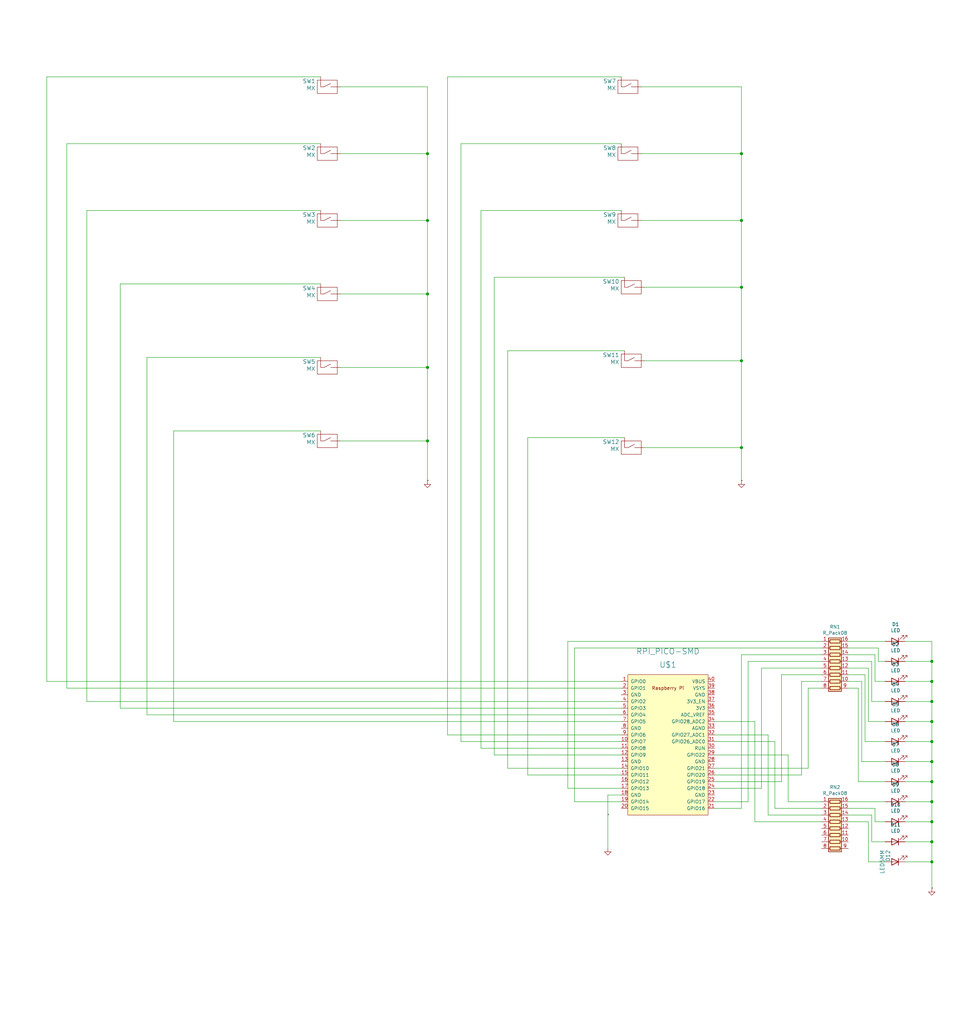
<source format=kicad_sch>
(kicad_sch (version 20210126) (generator eeschema)
  (paper "User" 363.931 389.407)
  (lib_symbols
    (symbol "CherryMX:MX" (pin_numbers hide) (pin_names (offset 1.016) hide)
      (property "Reference" "SW" (at 0 1.27 0))
      (property "Value" "MX" (at 0 -1.27 0))
      (symbol "MX_0_1"
        (rectangle (start -3.81 2.54) (end 3.81 -2.54))
        (polyline (pts (xy -1.27 0) (xy 1.27 1.27) (xy 1.27 1.27)))
        (polyline (pts (xy 1.27 0) (xy 2.54 0) (xy 2.54 0)))
        (polyline (pts (xy -2.54 1.27) (xy -2.54 0) (xy -1.27 0) (xy -1.27 0)))
      )
      (symbol "MX_1_1"
        (pin passive line (at -2.54 3.81 270) (length 2.54) (name "A") (number "1"))
        (pin passive line (at 5.08 0 180) (length 2.54) (name "B") (number "2"))
      )
    )
    (symbol "PicoProducer-rescue:GND-power" (power) (pin_names (offset 0))
      (property "Value" "GND-power" (at 0 -3.81 0))
      (symbol "GND-power_0_1"
        (polyline (pts (xy 0 0) (xy 0 -1.27) (xy 1.27 -1.27) (xy 0 -2.54) (xy -1.27 -1.27) (xy 0 -1.27)))
      )
      (symbol "GND-power_1_1"
        (pin power_in line (at 0 0 270) (length 0) hide (name "GND") (number "1"))
      )
    )
    (symbol "PicoProducer-rescue:LED-Device" (pin_numbers hide) (pin_names (offset 1.016) hide)
      (property "Reference" "D" (at 0 2.54 0))
      (property "Value" "LED-Device" (at 0 -2.54 0))
      (symbol "LED-Device_0_1"
        (polyline (pts (xy -1.27 -1.27) (xy -1.27 1.27)) (stroke (width 0.254)))
        (polyline (pts (xy -1.27 0) (xy 1.27 0)))
        (polyline (pts (xy 1.27 -1.27) (xy 1.27 1.27) (xy -1.27 0) (xy 1.27 -1.27)) (stroke (width 0.254)))
        (polyline (pts (xy -3.048 -0.762) (xy -4.572 -2.286) (xy -3.81 -2.286) (xy -4.572 -2.286) (xy -4.572 -1.524)))
        (polyline (pts (xy -1.778 -0.762) (xy -3.302 -2.286) (xy -2.54 -2.286) (xy -3.302 -2.286) (xy -3.302 -1.524)))
      )
      (symbol "LED-Device_1_1"
        (pin passive line (at -3.81 0 0) (length 2.54) (name "K") (number "1"))
        (pin passive line (at 3.81 0 180) (length 2.54) (name "A") (number "2"))
      )
    )
    (symbol "PicoProducer-rescue:R_Pack08-Device" (pin_names (offset 0) hide)
      (property "Reference" "RN" (at -12.7 0 90))
      (property "Value" "R_Pack08-Device" (at 10.16 0 90))
      (symbol "R_Pack08-Device_0_1"
        (rectangle (start -10.795 1.905) (end -9.525 -1.905) (stroke (width 0.254)))
        (rectangle (start -8.255 1.905) (end -6.985 -1.905) (stroke (width 0.254)))
        (rectangle (start -5.715 1.905) (end -4.445 -1.905) (stroke (width 0.254)))
        (rectangle (start -3.175 1.905) (end -1.905 -1.905) (stroke (width 0.254)))
        (rectangle (start -0.635 1.905) (end 0.635 -1.905) (stroke (width 0.254)))
        (rectangle (start 1.905 1.905) (end 3.175 -1.905) (stroke (width 0.254)))
        (rectangle (start 4.445 1.905) (end 5.715 -1.905) (stroke (width 0.254)))
        (rectangle (start 6.985 1.905) (end 8.255 -1.905) (stroke (width 0.254)))
        (rectangle (start -11.43 -2.413) (end 8.89 2.413) (stroke (width 0.254)) (fill (type background)))
        (polyline (pts (xy -10.16 -2.54) (xy -10.16 -1.905)))
        (polyline (pts (xy -10.16 1.905) (xy -10.16 2.54)))
        (polyline (pts (xy -7.62 -2.54) (xy -7.62 -1.905)))
        (polyline (pts (xy -7.62 1.905) (xy -7.62 2.54)))
        (polyline (pts (xy -5.08 -2.54) (xy -5.08 -1.905)))
        (polyline (pts (xy -5.08 1.905) (xy -5.08 2.54)))
        (polyline (pts (xy -2.54 -2.54) (xy -2.54 -1.905)))
        (polyline (pts (xy -2.54 1.905) (xy -2.54 2.54)))
        (polyline (pts (xy 0 -2.54) (xy 0 -1.905)))
        (polyline (pts (xy 0 1.905) (xy 0 2.54)))
        (polyline (pts (xy 2.54 -2.54) (xy 2.54 -1.905)))
        (polyline (pts (xy 2.54 1.905) (xy 2.54 2.54)))
        (polyline (pts (xy 5.08 -2.54) (xy 5.08 -1.905)))
        (polyline (pts (xy 5.08 1.905) (xy 5.08 2.54)))
        (polyline (pts (xy 7.62 -2.54) (xy 7.62 -1.905)))
        (polyline (pts (xy 7.62 1.905) (xy 7.62 2.54)))
      )
      (symbol "R_Pack08-Device_1_1"
        (pin passive line (at -10.16 -5.08 90) (length 2.54) (name "R1.1") (number "1"))
        (pin passive line (at 5.08 5.08 270) (length 2.54) (name "R7.2") (number "10"))
        (pin passive line (at 2.54 5.08 270) (length 2.54) (name "R6.2") (number "11"))
        (pin passive line (at 0 5.08 270) (length 2.54) (name "R5.2") (number "12"))
        (pin passive line (at -2.54 5.08 270) (length 2.54) (name "R4.2") (number "13"))
        (pin passive line (at -5.08 5.08 270) (length 2.54) (name "R3.2") (number "14"))
        (pin passive line (at -7.62 5.08 270) (length 2.54) (name "R2.2") (number "15"))
        (pin passive line (at -10.16 5.08 270) (length 2.54) (name "R1.2") (number "16"))
        (pin passive line (at -7.62 -5.08 90) (length 2.54) (name "R2.1") (number "2"))
        (pin passive line (at -5.08 -5.08 90) (length 2.54) (name "R3.1") (number "3"))
        (pin passive line (at -2.54 -5.08 90) (length 2.54) (name "R4.1") (number "4"))
        (pin passive line (at 0 -5.08 90) (length 2.54) (name "R5.1") (number "5"))
        (pin passive line (at 2.54 -5.08 90) (length 2.54) (name "R6.1") (number "6"))
        (pin passive line (at 5.08 -5.08 90) (length 2.54) (name "R7.1") (number "7"))
        (pin passive line (at 7.62 -5.08 90) (length 2.54) (name "R8.1") (number "8"))
        (pin passive line (at 7.62 5.08 270) (length 2.54) (name "R8.2") (number "9"))
      )
    )
    (symbol "RaspberryPi:Pico" (pin_names (offset 1.016))
      (property "Reference" "U" (at -13.97 27.94 0))
      (property "Value" "Pico" (at 0 19.05 0))
      (symbol "Pico_0_0"
        (text "Raspberry Pi" (at 0 21.59 0) (effects (font (size 1.27 1.27))))
      )
      (symbol "Pico_0_1"
        (rectangle (start -15.24 26.67) (end 15.24 -26.67) (fill (type background)))
      )
      (symbol "Pico_1_1"
        (pin bidirectional line (at -17.78 24.13 0) (length 2.54) (name "GPIO0") (number "1"))
        (pin bidirectional line (at -17.78 1.27 0) (length 2.54) (name "GPIO7") (number "10"))
        (pin bidirectional line (at -17.78 -1.27 0) (length 2.54) (name "GPIO8") (number "11"))
        (pin bidirectional line (at -17.78 -3.81 0) (length 2.54) (name "GPIO9") (number "12"))
        (pin power_in line (at -17.78 -6.35 0) (length 2.54) (name "GND") (number "13"))
        (pin bidirectional line (at -17.78 -8.89 0) (length 2.54) (name "GPIO10") (number "14"))
        (pin bidirectional line (at -17.78 -11.43 0) (length 2.54) (name "GPIO11") (number "15"))
        (pin bidirectional line (at -17.78 -13.97 0) (length 2.54) (name "GPIO12") (number "16"))
        (pin bidirectional line (at -17.78 -16.51 0) (length 2.54) (name "GPIO13") (number "17"))
        (pin power_in line (at -17.78 -19.05 0) (length 2.54) (name "GND") (number "18"))
        (pin bidirectional line (at -17.78 -21.59 0) (length 2.54) (name "GPIO14") (number "19"))
        (pin bidirectional line (at -17.78 21.59 0) (length 2.54) (name "GPIO1") (number "2"))
        (pin bidirectional line (at -17.78 -24.13 0) (length 2.54) (name "GPIO15") (number "20"))
        (pin bidirectional line (at 17.78 -24.13 180) (length 2.54) (name "GPIO16") (number "21"))
        (pin bidirectional line (at 17.78 -21.59 180) (length 2.54) (name "GPIO17") (number "22"))
        (pin power_in line (at 17.78 -19.05 180) (length 2.54) (name "GND") (number "23"))
        (pin bidirectional line (at 17.78 -16.51 180) (length 2.54) (name "GPIO18") (number "24"))
        (pin bidirectional line (at 17.78 -13.97 180) (length 2.54) (name "GPIO19") (number "25"))
        (pin bidirectional line (at 17.78 -11.43 180) (length 2.54) (name "GPIO20") (number "26"))
        (pin bidirectional line (at 17.78 -8.89 180) (length 2.54) (name "GPIO21") (number "27"))
        (pin power_in line (at 17.78 -6.35 180) (length 2.54) (name "GND") (number "28"))
        (pin bidirectional line (at 17.78 -3.81 180) (length 2.54) (name "GPIO22") (number "29"))
        (pin power_in line (at -17.78 19.05 0) (length 2.54) (name "GND") (number "3"))
        (pin input line (at 17.78 -1.27 180) (length 2.54) (name "RUN") (number "30"))
        (pin bidirectional line (at 17.78 1.27 180) (length 2.54) (name "GPIO26_ADC0") (number "31"))
        (pin bidirectional line (at 17.78 3.81 180) (length 2.54) (name "GPIO27_ADC1") (number "32"))
        (pin power_in line (at 17.78 6.35 180) (length 2.54) (name "AGND") (number "33"))
        (pin bidirectional line (at 17.78 8.89 180) (length 2.54) (name "GPIO28_ADC2") (number "34"))
        (pin unspecified line (at 17.78 11.43 180) (length 2.54) (name "ADC_VREF") (number "35"))
        (pin unspecified line (at 17.78 13.97 180) (length 2.54) (name "3V3") (number "36"))
        (pin input line (at 17.78 16.51 180) (length 2.54) (name "3V3_EN") (number "37"))
        (pin bidirectional line (at 17.78 19.05 180) (length 2.54) (name "GND") (number "38"))
        (pin unspecified line (at 17.78 21.59 180) (length 2.54) (name "VSYS") (number "39"))
        (pin bidirectional line (at -17.78 16.51 0) (length 2.54) (name "GPIO2") (number "4"))
        (pin unspecified line (at 17.78 24.13 180) (length 2.54) (name "VBUS") (number "40"))
        (pin bidirectional line (at -17.78 13.97 0) (length 2.54) (name "GPIO3") (number "5"))
        (pin bidirectional line (at -17.78 11.43 0) (length 2.54) (name "GPIO4") (number "6"))
        (pin bidirectional line (at -17.78 8.89 0) (length 2.54) (name "GPIO5") (number "7"))
        (pin power_in line (at -17.78 6.35 0) (length 2.54) (name "GND") (number "8"))
        (pin bidirectional line (at -17.78 3.81 0) (length 2.54) (name "GPIO6") (number "9"))
      )
    )
  )
  (junction (at 162.56 58.42) (diameter 1.016))
  (junction (at 162.56 83.82) (diameter 1.016))
  (junction (at 162.56 111.76) (diameter 1.016))
  (junction (at 162.56 139.7) (diameter 1.016))
  (junction (at 162.56 167.64) (diameter 1.016))
  (junction (at 281.94 58.42) (diameter 1.016))
  (junction (at 281.94 83.82) (diameter 1.016))
  (junction (at 281.94 109.22) (diameter 1.016))
  (junction (at 281.94 137.16) (diameter 1.016))
  (junction (at 281.94 170.18) (diameter 1.016))
  (junction (at 354.33 251.46) (diameter 1.016))
  (junction (at 354.33 259.08) (diameter 1.016))
  (junction (at 354.33 266.7) (diameter 1.016))
  (junction (at 354.33 274.32) (diameter 1.016))
  (junction (at 354.33 281.94) (diameter 1.016))
  (junction (at 354.33 289.56) (diameter 1.016))
  (junction (at 354.33 297.18) (diameter 1.016))
  (junction (at 354.33 304.8) (diameter 1.016))
  (junction (at 354.33 312.42) (diameter 1.016))
  (junction (at 354.33 320.04) (diameter 1.016))
  (junction (at 354.33 327.66) (diameter 1.016))
  (wire (pts (xy 17.78 29.21) (xy 121.92 29.21)))
  (wire (pts (xy 17.78 259.08) (xy 17.78 29.21)))
  (wire (pts (xy 25.4 54.61) (xy 121.92 54.61)))
  (wire (pts (xy 25.4 261.62) (xy 25.4 54.61)))
  (wire (pts (xy 33.02 80.01) (xy 33.02 266.7)))
  (wire (pts (xy 33.02 80.01) (xy 121.92 80.01)))
  (wire (pts (xy 45.72 107.95) (xy 121.92 107.95)))
  (wire (pts (xy 45.72 269.24) (xy 45.72 107.95)))
  (wire (pts (xy 55.88 135.89) (xy 121.92 135.89)))
  (wire (pts (xy 55.88 271.78) (xy 55.88 135.89)))
  (wire (pts (xy 66.04 163.83) (xy 121.92 163.83)))
  (wire (pts (xy 66.04 274.32) (xy 66.04 163.83)))
  (wire (pts (xy 129.54 58.42) (xy 162.56 58.42)))
  (wire (pts (xy 129.54 83.82) (xy 162.56 83.82)))
  (wire (pts (xy 129.54 111.76) (xy 162.56 111.76)))
  (wire (pts (xy 129.54 139.7) (xy 162.56 139.7)))
  (wire (pts (xy 129.54 167.64) (xy 162.56 167.64)))
  (wire (pts (xy 162.56 33.02) (xy 129.54 33.02)))
  (wire (pts (xy 162.56 58.42) (xy 162.56 33.02)))
  (wire (pts (xy 162.56 83.82) (xy 162.56 58.42)))
  (wire (pts (xy 162.56 111.76) (xy 162.56 83.82)))
  (wire (pts (xy 162.56 139.7) (xy 162.56 111.76)))
  (wire (pts (xy 162.56 167.64) (xy 162.56 139.7)))
  (wire (pts (xy 162.56 182.88) (xy 162.56 167.64)))
  (wire (pts (xy 170.18 29.21) (xy 236.22 29.21)))
  (wire (pts (xy 170.18 279.4) (xy 170.18 29.21)))
  (wire (pts (xy 175.26 54.61) (xy 236.22 54.61)))
  (wire (pts (xy 175.26 281.94) (xy 175.26 54.61)))
  (wire (pts (xy 182.88 80.01) (xy 182.88 284.48)))
  (wire (pts (xy 182.88 80.01) (xy 236.22 80.01)))
  (wire (pts (xy 187.96 287.02) (xy 187.96 105.41)))
  (wire (pts (xy 193.04 292.1) (xy 193.04 133.35)))
  (wire (pts (xy 200.66 294.64) (xy 200.66 166.37)))
  (wire (pts (xy 215.9 243.84) (xy 312.42 243.84)))
  (wire (pts (xy 215.9 299.72) (xy 215.9 243.84)))
  (wire (pts (xy 218.44 246.38) (xy 218.44 304.8)))
  (wire (pts (xy 218.44 246.38) (xy 312.42 246.38)))
  (wire (pts (xy 231.14 302.26) (xy 231.14 322.58)))
  (wire (pts (xy 231.14 302.26) (xy 236.22 302.26)))
  (wire (pts (xy 236.22 259.08) (xy 17.78 259.08)))
  (wire (pts (xy 236.22 261.62) (xy 25.4 261.62)))
  (wire (pts (xy 236.22 266.7) (xy 33.02 266.7)))
  (wire (pts (xy 236.22 269.24) (xy 45.72 269.24)))
  (wire (pts (xy 236.22 271.78) (xy 55.88 271.78)))
  (wire (pts (xy 236.22 274.32) (xy 66.04 274.32)))
  (wire (pts (xy 236.22 279.4) (xy 170.18 279.4)))
  (wire (pts (xy 236.22 281.94) (xy 175.26 281.94)))
  (wire (pts (xy 236.22 284.48) (xy 182.88 284.48)))
  (wire (pts (xy 236.22 287.02) (xy 187.96 287.02)))
  (wire (pts (xy 236.22 292.1) (xy 193.04 292.1)))
  (wire (pts (xy 236.22 294.64) (xy 200.66 294.64)))
  (wire (pts (xy 236.22 299.72) (xy 215.9 299.72)))
  (wire (pts (xy 236.22 304.8) (xy 218.44 304.8)))
  (wire (pts (xy 237.49 105.41) (xy 187.96 105.41)))
  (wire (pts (xy 237.49 133.35) (xy 193.04 133.35)))
  (wire (pts (xy 237.49 166.37) (xy 200.66 166.37)))
  (wire (pts (xy 243.84 58.42) (xy 281.94 58.42)))
  (wire (pts (xy 243.84 83.82) (xy 281.94 83.82)))
  (wire (pts (xy 245.11 109.22) (xy 281.94 109.22)))
  (wire (pts (xy 245.11 137.16) (xy 281.94 137.16)))
  (wire (pts (xy 245.11 170.18) (xy 281.94 170.18)))
  (wire (pts (xy 271.78 274.32) (xy 287.02 274.32)))
  (wire (pts (xy 271.78 279.4) (xy 292.1 279.4)))
  (wire (pts (xy 271.78 281.94) (xy 294.64 281.94)))
  (wire (pts (xy 271.78 287.02) (xy 299.72 287.02)))
  (wire (pts (xy 271.78 292.1) (xy 307.34 292.1)))
  (wire (pts (xy 271.78 294.64) (xy 304.8 294.64)))
  (wire (pts (xy 271.78 297.18) (xy 297.18 297.18)))
  (wire (pts (xy 271.78 299.72) (xy 289.56 299.72)))
  (wire (pts (xy 271.78 304.8) (xy 284.48 304.8)))
  (wire (pts (xy 271.78 307.34) (xy 281.94 307.34)))
  (wire (pts (xy 281.94 33.02) (xy 243.84 33.02)))
  (wire (pts (xy 281.94 58.42) (xy 281.94 33.02)))
  (wire (pts (xy 281.94 83.82) (xy 281.94 58.42)))
  (wire (pts (xy 281.94 109.22) (xy 281.94 83.82)))
  (wire (pts (xy 281.94 137.16) (xy 281.94 109.22)))
  (wire (pts (xy 281.94 170.18) (xy 281.94 137.16)))
  (wire (pts (xy 281.94 182.88) (xy 281.94 170.18)))
  (wire (pts (xy 281.94 248.92) (xy 281.94 307.34)))
  (wire (pts (xy 281.94 248.92) (xy 312.42 248.92)))
  (wire (pts (xy 284.48 251.46) (xy 284.48 304.8)))
  (wire (pts (xy 284.48 251.46) (xy 312.42 251.46)))
  (wire (pts (xy 287.02 274.32) (xy 287.02 312.42)))
  (wire (pts (xy 287.02 312.42) (xy 312.42 312.42)))
  (wire (pts (xy 289.56 254) (xy 289.56 299.72)))
  (wire (pts (xy 289.56 254) (xy 312.42 254)))
  (wire (pts (xy 292.1 279.4) (xy 292.1 309.88)))
  (wire (pts (xy 292.1 309.88) (xy 312.42 309.88)))
  (wire (pts (xy 294.64 281.94) (xy 294.64 307.34)))
  (wire (pts (xy 294.64 307.34) (xy 312.42 307.34)))
  (wire (pts (xy 297.18 256.54) (xy 297.18 297.18)))
  (wire (pts (xy 297.18 256.54) (xy 312.42 256.54)))
  (wire (pts (xy 299.72 287.02) (xy 299.72 304.8)))
  (wire (pts (xy 299.72 304.8) (xy 312.42 304.8)))
  (wire (pts (xy 304.8 259.08) (xy 304.8 294.64)))
  (wire (pts (xy 304.8 259.08) (xy 312.42 259.08)))
  (wire (pts (xy 307.34 261.62) (xy 312.42 261.62)))
  (wire (pts (xy 307.34 292.1) (xy 307.34 261.62)))
  (wire (pts (xy 322.58 243.84) (xy 336.55 243.84)))
  (wire (pts (xy 322.58 304.8) (xy 336.55 304.8)))
  (wire (pts (xy 326.39 261.62) (xy 322.58 261.62)))
  (wire (pts (xy 326.39 297.18) (xy 326.39 261.62)))
  (wire (pts (xy 327.66 259.08) (xy 322.58 259.08)))
  (wire (pts (xy 327.66 289.56) (xy 327.66 259.08)))
  (wire (pts (xy 328.93 256.54) (xy 322.58 256.54)))
  (wire (pts (xy 328.93 281.94) (xy 328.93 256.54)))
  (wire (pts (xy 330.2 254) (xy 322.58 254)))
  (wire (pts (xy 330.2 274.32) (xy 330.2 254)))
  (wire (pts (xy 330.2 312.42) (xy 322.58 312.42)))
  (wire (pts (xy 330.2 327.66) (xy 330.2 312.42)))
  (wire (pts (xy 331.47 251.46) (xy 322.58 251.46)))
  (wire (pts (xy 331.47 266.7) (xy 331.47 251.46)))
  (wire (pts (xy 331.47 309.88) (xy 322.58 309.88)))
  (wire (pts (xy 331.47 320.04) (xy 331.47 309.88)))
  (wire (pts (xy 332.74 248.92) (xy 322.58 248.92)))
  (wire (pts (xy 332.74 259.08) (xy 332.74 248.92)))
  (wire (pts (xy 332.74 307.34) (xy 322.58 307.34)))
  (wire (pts (xy 332.74 312.42) (xy 332.74 307.34)))
  (wire (pts (xy 334.01 246.38) (xy 322.58 246.38)))
  (wire (pts (xy 334.01 251.46) (xy 334.01 246.38)))
  (wire (pts (xy 336.55 251.46) (xy 334.01 251.46)))
  (wire (pts (xy 336.55 259.08) (xy 332.74 259.08)))
  (wire (pts (xy 336.55 266.7) (xy 331.47 266.7)))
  (wire (pts (xy 336.55 274.32) (xy 330.2 274.32)))
  (wire (pts (xy 336.55 281.94) (xy 328.93 281.94)))
  (wire (pts (xy 336.55 289.56) (xy 327.66 289.56)))
  (wire (pts (xy 336.55 297.18) (xy 326.39 297.18)))
  (wire (pts (xy 336.55 312.42) (xy 332.74 312.42)))
  (wire (pts (xy 336.55 320.04) (xy 331.47 320.04)))
  (wire (pts (xy 336.55 327.66) (xy 330.2 327.66)))
  (wire (pts (xy 344.17 251.46) (xy 354.33 251.46)))
  (wire (pts (xy 344.17 259.08) (xy 354.33 259.08)))
  (wire (pts (xy 344.17 266.7) (xy 354.33 266.7)))
  (wire (pts (xy 344.17 274.32) (xy 354.33 274.32)))
  (wire (pts (xy 344.17 281.94) (xy 354.33 281.94)))
  (wire (pts (xy 344.17 289.56) (xy 354.33 289.56)))
  (wire (pts (xy 344.17 297.18) (xy 354.33 297.18)))
  (wire (pts (xy 344.17 304.8) (xy 354.33 304.8)))
  (wire (pts (xy 344.17 312.42) (xy 354.33 312.42)))
  (wire (pts (xy 344.17 320.04) (xy 354.33 320.04)))
  (wire (pts (xy 344.17 327.66) (xy 354.33 327.66)))
  (wire (pts (xy 354.33 243.84) (xy 344.17 243.84)))
  (wire (pts (xy 354.33 251.46) (xy 354.33 243.84)))
  (wire (pts (xy 354.33 259.08) (xy 354.33 251.46)))
  (wire (pts (xy 354.33 266.7) (xy 354.33 259.08)))
  (wire (pts (xy 354.33 274.32) (xy 354.33 266.7)))
  (wire (pts (xy 354.33 281.94) (xy 354.33 274.32)))
  (wire (pts (xy 354.33 289.56) (xy 354.33 281.94)))
  (wire (pts (xy 354.33 297.18) (xy 354.33 289.56)))
  (wire (pts (xy 354.33 304.8) (xy 354.33 297.18)))
  (wire (pts (xy 354.33 312.42) (xy 354.33 304.8)))
  (wire (pts (xy 354.33 320.04) (xy 354.33 312.42)))
  (wire (pts (xy 354.33 327.66) (xy 354.33 320.04)))
  (wire (pts (xy 354.33 337.82) (xy 354.33 327.66)))
  (label "0" (at 162.56 182.88 0) (effects (font (size 0.254 0.254))))
  (label "0" (at 231.14 309.88 0) (effects (font (size 0.254 0.254))))
  (label "0" (at 281.94 182.88 0) (effects (font (size 0.254 0.254))))
  (label "0" (at 354.33 337.82 0) (effects (font (size 0.254 0.254))))
  (symbol (lib_id "PicoProducer-rescue:GND-power") (at 162.56 182.88 0) (unit 1)
    (property "Reference" "#X_02" (effects hide))
    (property "Value" "GND" (effects hide))
  )
  (symbol (lib_id "PicoProducer-rescue:GND-power") (at 231.14 322.58 0) (unit 1)
    (property "Reference" "#X_04" (effects hide))
    (property "Value" "GND" (effects hide))
  )
  (symbol (lib_id "PicoProducer-rescue:GND-power") (at 281.94 182.88 0) (unit 1)
    (property "Reference" "#X_03" (effects hide))
    (property "Value" "GND" (effects hide))
  )
  (symbol (lib_id "PicoProducer-rescue:GND-power") (at 354.33 337.82 0) (unit 1)
    (property "Reference" "#X_01" (effects hide))
    (property "Value" "GND" (effects hide))
  )
  (symbol (lib_id "PicoProducer-rescue:LED-Device") (at 340.36 243.84 180) (unit 1)
    (property "Reference" "D1" (at 340.5378 237.363 0))
    (property "Value" "LED" (at 340.5378 239.6744 0))
    (property "Footprint" "LED_THT:LED_D5.0mm" (effects hide))
  )
  (symbol (lib_id "PicoProducer-rescue:LED-Device") (at 340.36 251.46 180) (unit 1)
    (property "Reference" "D2" (at 340.5378 244.983 0))
    (property "Value" "LED" (at 340.5378 247.2944 0))
    (property "Footprint" "LED_THT:LED_D5.0mm" (effects hide))
  )
  (symbol (lib_id "PicoProducer-rescue:LED-Device") (at 340.36 259.08 180) (unit 1)
    (property "Reference" "D3" (at 340.5378 252.603 0))
    (property "Value" "LED" (at 340.5378 254.9144 0))
    (property "Footprint" "LED_THT:LED_D5.0mm" (effects hide))
  )
  (symbol (lib_id "PicoProducer-rescue:LED-Device") (at 340.36 266.7 180) (unit 1)
    (property "Reference" "D4" (at 340.5378 260.223 0))
    (property "Value" "LED" (at 340.5378 262.5344 0))
    (property "Footprint" "LED_THT:LED_D5.0mm" (effects hide))
  )
  (symbol (lib_id "PicoProducer-rescue:LED-Device") (at 340.36 274.32 180) (unit 1)
    (property "Reference" "D5" (at 340.5378 267.843 0))
    (property "Value" "LED" (at 340.5378 270.1544 0))
    (property "Footprint" "LED_THT:LED_D5.0mm" (effects hide))
  )
  (symbol (lib_id "PicoProducer-rescue:LED-Device") (at 340.36 281.94 180) (unit 1)
    (property "Reference" "D6" (at 340.5378 275.463 0))
    (property "Value" "LED" (at 340.5378 277.7744 0))
    (property "Footprint" "LED_THT:LED_D5.0mm" (effects hide))
  )
  (symbol (lib_id "PicoProducer-rescue:LED-Device") (at 340.36 289.56 180) (unit 1)
    (property "Reference" "D7" (at 340.5378 283.083 0))
    (property "Value" "LED" (at 340.5378 285.3944 0))
    (property "Footprint" "LED_THT:LED_D5.0mm" (effects hide))
  )
  (symbol (lib_id "PicoProducer-rescue:LED-Device") (at 340.36 297.18 180) (unit 1)
    (property "Reference" "D8" (at 340.5378 290.703 0))
    (property "Value" "LED" (at 340.5378 293.0144 0))
    (property "Footprint" "LED_THT:LED_D5.0mm" (effects hide))
  )
  (symbol (lib_id "PicoProducer-rescue:LED-Device") (at 340.36 304.8 180) (unit 1)
    (property "Reference" "D9" (at 340.5378 298.323 0))
    (property "Value" "LED" (at 340.5378 300.6344 0))
    (property "Footprint" "LED_THT:LED_D5.0mm" (effects hide))
  )
  (symbol (lib_id "PicoProducer-rescue:LED-Device") (at 340.36 312.42 180) (unit 1)
    (property "Reference" "D10" (at 340.5378 305.943 0))
    (property "Value" "LED" (at 340.5378 308.2544 0))
    (property "Footprint" "LED_THT:LED_D5.0mm" (effects hide))
  )
  (symbol (lib_id "PicoProducer-rescue:LED-Device") (at 340.36 320.04 180) (unit 1)
    (property "Reference" "D11" (at 340.5378 313.563 0))
    (property "Value" "LED" (at 340.5378 315.8744 0))
    (property "Footprint" "LED_THT:LED_D5.0mm" (effects hide))
  )
  (symbol (lib_id "PicoProducer-rescue:LED-Device") (at 340.36 327.66 180) (unit 1)
    (property "Reference" "D12" (at 336.804 323.088 90) (effects (font (size 1.4986 1.4986)) (justify left bottom)))
    (property "Value" "LED5MM" (at 334.645 323.088 90) (effects (font (size 1.4986 1.4986)) (justify left bottom)))
    (property "Footprint" "LED_THT:LED_D5.0mm" (effects hide))
  )
  (symbol (lib_id "CherryMX:MX") (at 124.46 33.02 0) (unit 1)
    (property "Reference" "SW1" (at 119.9642 30.8356 0) (effects (font (size 1.524 1.524)) (justify right)))
    (property "Value" "MX" (at 119.9642 33.528 0) (effects (font (size 1.524 1.524)) (justify right)))
    (property "Footprint" "CherryMX:SW_Cherry_MX_PCB_1.00u" (effects hide))
  )
  (symbol (lib_id "CherryMX:MX") (at 124.46 58.42 0) (unit 1)
    (property "Reference" "SW2" (at 119.9642 56.2356 0) (effects (font (size 1.524 1.524)) (justify right)))
    (property "Value" "MX" (at 119.9642 58.928 0) (effects (font (size 1.524 1.524)) (justify right)))
    (property "Footprint" "CherryMX:SW_Cherry_MX_Plate_1.00u" (effects hide))
  )
  (symbol (lib_id "CherryMX:MX") (at 124.46 83.82 0) (unit 1)
    (property "Reference" "SW3" (at 119.9642 81.6356 0) (effects (font (size 1.524 1.524)) (justify right)))
    (property "Value" "MX" (at 119.9642 84.328 0) (effects (font (size 1.524 1.524)) (justify right)))
    (property "Footprint" "CherryMX:SW_Cherry_MX_PCB_1.00u" (effects hide))
  )
  (symbol (lib_id "CherryMX:MX") (at 124.46 111.76 0) (unit 1)
    (property "Reference" "SW4" (at 119.9642 109.5756 0) (effects (font (size 1.524 1.524)) (justify right)))
    (property "Value" "MX" (at 119.9642 112.268 0) (effects (font (size 1.524 1.524)) (justify right)))
    (property "Footprint" "CherryMX:SW_Cherry_MX_PCB_1.00u" (effects hide))
  )
  (symbol (lib_id "CherryMX:MX") (at 124.46 139.7 0) (unit 1)
    (property "Reference" "SW5" (at 119.9642 137.5156 0) (effects (font (size 1.524 1.524)) (justify right)))
    (property "Value" "MX" (at 119.9642 140.208 0) (effects (font (size 1.524 1.524)) (justify right)))
    (property "Footprint" "CherryMX:SW_Cherry_MX_PCB_1.00u" (effects hide))
  )
  (symbol (lib_id "CherryMX:MX") (at 124.46 167.64 0) (unit 1)
    (property "Reference" "SW6" (at 119.9642 165.4556 0) (effects (font (size 1.524 1.524)) (justify right)))
    (property "Value" "MX" (at 119.9642 168.148 0) (effects (font (size 1.524 1.524)) (justify right)))
    (property "Footprint" "CherryMX:SW_Cherry_MX_PCB_1.00u" (effects hide))
  )
  (symbol (lib_id "CherryMX:MX") (at 238.76 33.02 0) (unit 1)
    (property "Reference" "SW7" (at 234.2642 30.8356 0) (effects (font (size 1.524 1.524)) (justify right)))
    (property "Value" "MX" (at 234.2642 33.528 0) (effects (font (size 1.524 1.524)) (justify right)))
    (property "Footprint" "CherryMX:SW_Cherry_MX_PCB_1.00u" (effects hide))
  )
  (symbol (lib_id "CherryMX:MX") (at 238.76 58.42 0) (unit 1)
    (property "Reference" "SW8" (at 234.2642 56.2356 0) (effects (font (size 1.524 1.524)) (justify right)))
    (property "Value" "MX" (at 234.2642 58.928 0) (effects (font (size 1.524 1.524)) (justify right)))
    (property "Footprint" "CherryMX:SW_Cherry_MX_PCB_1.00u" (effects hide))
  )
  (symbol (lib_id "CherryMX:MX") (at 238.76 83.82 0) (unit 1)
    (property "Reference" "SW9" (at 234.2642 81.6356 0) (effects (font (size 1.524 1.524)) (justify right)))
    (property "Value" "MX" (at 234.2642 84.328 0) (effects (font (size 1.524 1.524)) (justify right)))
    (property "Footprint" "CherryMX:SW_Cherry_MX_PCB_1.00u" (effects hide))
  )
  (symbol (lib_id "CherryMX:MX") (at 240.03 109.22 0) (unit 1)
    (property "Reference" "SW10" (at 235.5088 107.0356 0) (effects (font (size 1.524 1.524)) (justify right)))
    (property "Value" "MX" (at 235.5088 109.728 0) (effects (font (size 1.524 1.524)) (justify right)))
    (property "Footprint" "CherryMX:SW_Cherry_MX_PCB_1.00u" (effects hide))
  )
  (symbol (lib_id "CherryMX:MX") (at 240.03 137.16 0) (unit 1)
    (property "Reference" "SW11" (at 235.5088 134.9756 0) (effects (font (size 1.524 1.524)) (justify right)))
    (property "Value" "MX" (at 235.5088 137.668 0) (effects (font (size 1.524 1.524)) (justify right)))
    (property "Footprint" "CherryMX:SW_Cherry_MX_PCB_1.00u" (effects hide))
  )
  (symbol (lib_id "CherryMX:MX") (at 240.03 170.18 0) (unit 1)
    (property "Reference" "SW12" (at 235.5088 167.9956 0) (effects (font (size 1.524 1.524)) (justify right)))
    (property "Value" "MX" (at 235.5088 170.688 0) (effects (font (size 1.524 1.524)) (justify right)))
    (property "Footprint" "CherryMX:SW_Cherry_MX_PCB_1.00u" (effects hide))
  )
  (symbol (lib_id "PicoProducer-rescue:R_Pack08-Device") (at 317.5 254 270) (unit 1)
    (property "Reference" "RN1" (at 317.5 238.3282 90))
    (property "Value" "R_Pack08" (at 317.5 240.6396 90))
    (property "Footprint" "Package_DIP:DIP-16_W7.62mm" (effects hide))
  )
  (symbol (lib_id "PicoProducer-rescue:R_Pack08-Device") (at 317.5 314.96 270) (unit 1)
    (property "Reference" "RN2" (at 317.5 299.2882 90))
    (property "Value" "R_Pack08" (at 317.5 301.5996 90))
    (property "Footprint" "Package_DIP:DIP-16_W7.62mm" (effects hide))
  )
  (symbol (lib_id "RaspberryPi:Pico") (at 254 283.21 0) (unit 1)
    (property "Reference" "U$1" (at 254 252.73 0) (effects (font (size 2.159 2.159))))
    (property "Value" "RPI_PICO-SMD" (at 254 247.65 0) (effects (font (size 2.159 2.159))))
    (property "Footprint" "Raspberry Pi:RPi_Pico_SMD_TH" (effects hide))
  )
)
</source>
